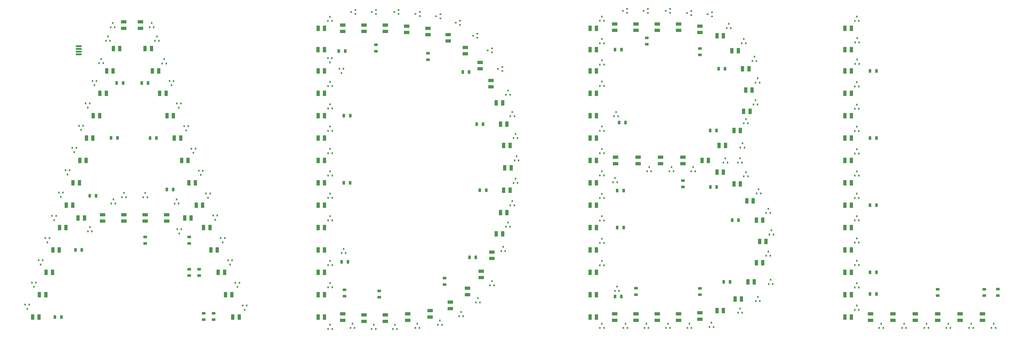
<source format=gtp>
%FSTAX44Y44*%
%MOMM*%
%SFA1B1*%

%IPPOS*%
%AMD10*
4,1,8,0.299720,0.424180,-0.299720,0.424180,-0.375920,0.350520,-0.375920,-0.350520,-0.299720,-0.424180,0.299720,-0.424180,0.375920,-0.350520,0.375920,0.350520,0.299720,0.424180,0.0*
1,1,0.150000,0.299720,0.350520*
1,1,0.150000,-0.299720,0.350520*
1,1,0.150000,-0.299720,-0.350520*
1,1,0.150000,0.299720,-0.350520*
%
%AMD11*
4,1,8,-0.873760,0.459740,-0.873760,-0.459740,-0.784860,-0.551180,0.784860,-0.551180,0.873760,-0.459740,0.873760,0.459740,0.784860,0.551180,-0.784860,0.551180,-0.873760,0.459740,0.0*
1,1,0.180000,-0.784860,0.459740*
1,1,0.180000,-0.784860,-0.459740*
1,1,0.180000,0.784860,-0.459740*
1,1,0.180000,0.784860,0.459740*
%
%AMD12*
4,1,8,0.599440,1.275080,-0.599440,1.275080,-0.723900,1.150620,-0.723900,-1.150620,-0.599440,-1.275080,0.599440,-1.275080,0.723900,-1.150620,0.723900,1.150620,0.599440,1.275080,0.0*
1,1,0.250000,0.599440,1.150620*
1,1,0.250000,-0.599440,1.150620*
1,1,0.250000,-0.599440,-1.150620*
1,1,0.250000,0.599440,-1.150620*
%
%AMD13*
4,1,8,-0.459740,-0.873760,0.459740,-0.873760,0.551180,-0.784860,0.551180,0.784860,0.459740,0.873760,-0.459740,0.873760,-0.551180,0.784860,-0.551180,-0.784860,-0.459740,-0.873760,0.0*
1,1,0.180000,-0.459740,-0.784860*
1,1,0.180000,0.459740,-0.784860*
1,1,0.180000,0.459740,0.784860*
1,1,0.180000,-0.459740,0.784860*
%
%AMD14*
4,1,8,1.275080,-0.599440,1.275080,0.599440,1.150620,0.723900,-1.150620,0.723900,-1.275080,0.599440,-1.275080,-0.599440,-1.150620,-0.723900,1.150620,-0.723900,1.275080,-0.599440,0.0*
1,1,0.250000,1.150620,-0.599440*
1,1,0.250000,1.150620,0.599440*
1,1,0.250000,-1.150620,0.599440*
1,1,0.250000,-1.150620,-0.599440*
%
%AMD15*
4,1,8,-0.424180,0.299720,-0.424180,-0.299720,-0.350520,-0.375920,0.350520,-0.375920,0.424180,-0.299720,0.424180,0.299720,0.350520,0.375920,-0.350520,0.375920,-0.424180,0.299720,0.0*
1,1,0.150000,-0.350520,0.299720*
1,1,0.150000,-0.350520,-0.299720*
1,1,0.150000,0.350520,-0.299720*
1,1,0.150000,0.350520,0.299720*
%
G04~CAMADD=10~8~0.0~0.0~295.3~334.6~29.5~0.0~15~0.0~0.0~0.0~0.0~0~0.0~0.0~0.0~0.0~0~0.0~0.0~0.0~0.0~295.3~334.6*
%ADD10D10*%
G04~CAMADD=11~8~0.0~0.0~433.1~689.0~35.4~0.0~15~0.0~0.0~0.0~0.0~0~0.0~0.0~0.0~0.0~0~0.0~0.0~0.0~90.0~690.0~433.0*
%ADD11D11*%
G04~CAMADD=12~8~0.0~0.0~570.9~1003.9~49.2~0.0~15~0.0~0.0~0.0~0.0~0~0.0~0.0~0.0~0.0~0~0.0~0.0~0.0~0.0~570.9~1003.9*
%ADD12D12*%
G04~CAMADD=13~8~0.0~0.0~433.1~689.0~35.4~0.0~15~0.0~0.0~0.0~0.0~0~0.0~0.0~0.0~0.0~0~0.0~0.0~0.0~180.0~434.0~689.0*
%ADD13D13*%
G04~CAMADD=14~8~0.0~0.0~570.9~1003.9~49.2~0.0~15~0.0~0.0~0.0~0.0~0~0.0~0.0~0.0~0.0~0~0.0~0.0~0.0~270.0~1004.0~570.0*
%ADD14D14*%
G04~CAMADD=15~8~0.0~0.0~295.3~334.6~29.5~0.0~15~0.0~0.0~0.0~0.0~0~0.0~0.0~0.0~0.0~0~0.0~0.0~0.0~90.0~336.0~295.0*
%ADD15D15*%
%ADD16O,2.899994X0.859998*%
%LNled_pd_ab_wh_3000149_(4f00227l_7p00500a)-1*%
%LPD*%
G54D10*
X02870643Y00929172D03*
X02889643D03*
X02880143Y00949172D03*
X03092162Y00948738D03*
X03111162D03*
X03101662Y00968738D03*
X03196837Y00948738D03*
X03215837D03*
X03206337Y00968738D03*
X03298769Y00948738D03*
X03317769D03*
X03308269Y00968738D03*
X02870643Y00213741D03*
X02889643D03*
X02880143Y0023374D03*
X03518843Y00284991D03*
X03537843D03*
X03528343Y00304991D03*
X03384537Y0021874D03*
X03403537D03*
X03394037Y0023874D03*
X04602214Y00213741D03*
X04621214D03*
X04611714Y0023374D03*
X04495248Y00213749D03*
X04514248D03*
X04504748Y00233749D03*
X04392248Y00213741D03*
X04411248D03*
X04401748Y00233741D03*
X04287825Y00213741D03*
X04306825D03*
X04297325Y00233741D03*
X04180403Y00213741D03*
X04199403D03*
X04189903Y00233741D03*
X04065639Y00299019D03*
X04084639D03*
X04075139Y00319019D03*
X02870643Y01138706D03*
X02889643D03*
X02880143Y01158706D03*
X02870641Y0154964D03*
X02889641D03*
X02880141Y0156964D03*
X02870641Y01033479D03*
X02889641D03*
X02880141Y01053479D03*
X02932542Y00897473D03*
X02951542D03*
X02942042Y00917473D03*
X02980948Y00213741D03*
X02999948D03*
X02990448Y0023374D03*
X03079573Y00213741D03*
X03098573D03*
X03089073Y0023374D03*
X03180172Y00213741D03*
X03199172D03*
X03189672Y00233741D03*
X03280954Y00213741D03*
X03299954D03*
X03290454Y00233741D03*
X0365064Y00552621D03*
X0366964D03*
X0366014Y00572621D03*
X0360064Y01365141D03*
X0361964D03*
X0361014Y01385141D03*
X0359064Y01262684D03*
X0360964D03*
X03600141Y01282685D03*
X03545639Y0117385D03*
X03564639D03*
X03555139Y0119385D03*
X02870641Y01654917D03*
X02889641D03*
X02880141Y01674917D03*
X01668481Y01429991D03*
X01649481D03*
X01658981Y01409991D03*
X0161425Y01479749D03*
X0159525D03*
X0160475Y01459749D03*
X0159634Y0020944D03*
X0161534D03*
X0160584Y0022944D03*
X02005272Y00213741D03*
X02024273D03*
X02014773Y00233741D03*
X01900005Y00208741D03*
X01919005D03*
X01909505Y00228741D03*
X018007Y0020874D03*
X01819701D03*
X01810201Y00228741D03*
X01701197Y00213741D03*
X01720198D03*
X01710698Y00233741D03*
X02430643Y00688844D03*
X02449643D03*
X02440143Y00708844D03*
X01595641Y01654098D03*
X01614641D03*
X01605141Y01674098D03*
X00579688Y00797264D03*
X00598688D03*
X00589188Y00817264D03*
X00470049Y00667233D03*
X00489049D03*
X00479549Y00687233D03*
X02880141Y01369555D03*
X02889641Y01349555D03*
X02870641D03*
X02880141Y00843439D03*
X02889641Y00823439D03*
X02870641D03*
X02880141Y00527904D03*
X02889641Y00507904D03*
X02870641D03*
X03611242Y0035999D03*
X03620742Y0033999D03*
X03601742D03*
X03675141Y00672259D03*
X03684641Y00652259D03*
X03665641D03*
X03555141Y00945219D03*
X03564641Y00925219D03*
X03545641D03*
X03539134Y01079988D03*
X03548634Y01059988D03*
X03529633D03*
X03475138Y01640421D03*
X03484638Y01620421D03*
X03465638D03*
X02880141Y01469606D03*
X02889641Y01449606D03*
X02870641D03*
X02880141Y0063266D03*
X02889641Y0061266D03*
X02870641D03*
X03615143Y00864548D03*
X03624643Y00844548D03*
X03605643D03*
X03459313Y01009988D03*
X03468813Y00989988D03*
X03449813D03*
X0354514Y01569506D03*
X0355464Y01549506D03*
X0353564D03*
X02946402Y01227056D03*
X02955902Y01207056D03*
X02936902D03*
X02880141Y00738304D03*
X02889641Y00718304D03*
X02870641D03*
X02950843Y00407913D03*
X02960344Y00387913D03*
X02941343D03*
X03671441Y00439989D03*
X03680941Y00419989D03*
X03661941D03*
X03660142Y00773051D03*
X03669641Y00753051D03*
X03650641D03*
X03527127Y01009988D03*
X03536627Y00989988D03*
X03517627D03*
X03595138Y01486562D03*
X03604639Y01466561D03*
X03585639D03*
X04075139Y00423797D03*
X04084639Y00403797D03*
X04065639D03*
X04075142Y00738487D03*
X04084643Y00718487D03*
X04065643D03*
X04075139Y01052333D03*
X04084639Y01032333D03*
X04065639D03*
X04075141Y01367258D03*
X04084641Y01347258D03*
X04065641D03*
X04075142Y01674358D03*
X04084643Y01654358D03*
X04065643D03*
X04716777Y0023374D03*
X04726276Y00213741D03*
X04707277D03*
X04075139Y0063429D03*
X04084639Y0061429D03*
X04065639D03*
X04075139Y00948607D03*
X04084639Y00928607D03*
X04065639D03*
X04075139Y01261611D03*
X04084639Y01241611D03*
X04065639D03*
X04076811Y01573729D03*
X0408631Y01553729D03*
X0406731D03*
X04075139Y00528865D03*
X04084639Y00508865D03*
X04065639D03*
X04075139Y00843701D03*
X04084639Y00823701D03*
X04065639D03*
X04075139Y01157976D03*
X04084639Y01137976D03*
X04065639D03*
X04076811Y01472869D03*
X0408631Y01452869D03*
X0406731D03*
X01170833Y00406043D03*
X01161332Y00426043D03*
X01180332D03*
X01102222Y0061564D03*
X01092722Y0063564D03*
X01111722D03*
X00964991Y0103527D03*
X00955491Y0105527D03*
X00974491D03*
X00862073Y01352749D03*
X00852573Y01372749D03*
X00871573D03*
X00769204Y01644749D03*
X00778704Y01624749D03*
X00759704D03*
X00886127Y00817263D03*
X00895627Y00797263D03*
X00876627D03*
X00248537Y00511249D03*
X00239037Y00531249D03*
X00258037D03*
X00406201Y01038749D03*
X00396701Y01058749D03*
X00415701D03*
X00500701Y01352749D03*
X00491201Y01372749D03*
X00510201D03*
X00585998Y01644749D03*
X00595498Y01624749D03*
X00576498D03*
X01205142Y00298919D03*
X01195642Y00318919D03*
X01214642D03*
X01136524Y00511487D03*
X01127024Y00531487D03*
X01146024D03*
X00999299Y00931685D03*
X00989799Y00951685D03*
X01008799D03*
X00896381Y01247004D03*
X00886881Y01267004D03*
X00905881D03*
X00793458Y01581499D03*
X00802958Y01561499D03*
X00783958D03*
X00898445Y00657338D03*
X00888945Y00677338D03*
X00907945D03*
X00638996Y00847275D03*
X00648495Y00827275D03*
X00629495D03*
X00217003Y00406999D03*
X00207503Y00426999D03*
X00226503D03*
X00311608Y00719989D03*
X00302109Y00739989D03*
X00321109D03*
X00374701Y00933749D03*
X00365201Y00953749D03*
X00384201D03*
X00469048Y01247499D03*
X00459548Y01267499D03*
X00478548D03*
X00564151Y01581499D03*
X00573651Y01561499D03*
X00554651D03*
X01033606Y00824695D03*
X01024106Y00844695D03*
X01043106D03*
X00930689Y01140284D03*
X00921189Y01160284D03*
X00940189D03*
X00827764Y01474413D03*
X00837264Y01454413D03*
X00818264D03*
X01067176Y00721496D03*
X01057676Y00741496D03*
X01076676D03*
X00738995Y00847275D03*
X00748495Y00827275D03*
X00729495D03*
X00185475Y00302999D03*
X00175975Y00322999D03*
X00194975D03*
X00280074Y00615749D03*
X00270573Y00635749D03*
X00289574D03*
X00343189Y00828999D03*
X00333689Y00848999D03*
X00352689D03*
X00438012Y01142499D03*
X00428512Y01162499D03*
X00447512D03*
X00532359Y01475999D03*
X00541859Y01455999D03*
X00522859D03*
X01605841Y01368541D03*
X01615342Y01348541D03*
X01596341D03*
X01605841Y01053774D03*
X01615342Y01033774D03*
X01596341D03*
X01605841Y00738545D03*
X01615342Y00718545D03*
X01596341D03*
X0160584Y00424704D03*
X0161534Y00404704D03*
X0159634D03*
X02120622Y00248741D03*
X02130122Y00228741D03*
X02111122D03*
X0236459Y00433741D03*
X0237409Y00413741D03*
X0235509D03*
X02460141Y00809007D03*
X02469642Y00789007D03*
X02450641D03*
X02475142Y01124696D03*
X02484642Y01104696D03*
X02465642D03*
X01605841Y01159081D03*
X01615342Y01139081D03*
X01596341D03*
X01605841Y00844265D03*
X01615342Y00824265D03*
X01596341D03*
X0160584Y00528596D03*
X0161534Y00508596D03*
X0159634D03*
X02299142Y00353741D03*
X02308642Y00333741D03*
X02289642D03*
X02480143Y01019559D03*
X02489643Y00999559D03*
X02470643D03*
X02440142Y01327709D03*
X02449642Y01307709D03*
X02430642D03*
X01605841Y01263551D03*
X01615342Y01243551D03*
X01596341D03*
X01605841Y00948919D03*
X01615342Y00928919D03*
X01596341D03*
X01669038Y00585383D03*
X01678538Y00565383D03*
X01659538D03*
X02220291Y00288741D03*
X02229791Y00268741D03*
X02210791D03*
X02417585Y00594505D03*
X02427085Y00574505D03*
X02408085D03*
X02475142Y00914211D03*
X02484642Y00894211D03*
X02465642D03*
X0246014Y01226974D03*
X0246964Y01206973D03*
X0245064D03*
G54D11*
X03259591Y00874986D03*
Y00904987D03*
X0467334Y0039566D03*
Y0036566D03*
X03039499Y00370249D03*
Y00400249D03*
X0333959Y00369833D03*
Y00399833D03*
Y01524889D03*
Y01494888D03*
X03090749Y01574749D03*
Y01544749D03*
X04736499Y00365749D03*
Y00395749D03*
X04454591Y0036566D03*
Y0039566D03*
X01059749Y00282999D03*
Y00252999D03*
X00991669Y00489275D03*
Y00459275D03*
X01012715Y00252991D03*
Y00282991D03*
X00944915Y00459266D03*
Y00489266D03*
X00944995Y0064064D03*
Y0061064D03*
X00738996Y0064064D03*
Y0061064D03*
X0167334Y00363031D03*
Y00393031D03*
X01835549Y00357923D03*
Y00387923D03*
X02142612Y00417717D03*
Y00447718D03*
X02064591Y01502548D03*
Y01472548D03*
X01820743Y01542131D03*
Y01512131D03*
G54D12*
X04019591Y00264991D03*
X04049591D03*
X03529589Y00889987D03*
X03499589D03*
X03634589Y00719987D03*
X03604589D03*
X03449589Y00944988D03*
X03419589D03*
X00274088Y00474999D03*
X00304088D03*
X00242553Y00369999D03*
X00272553D03*
X00211025Y00264991D03*
X00241025D03*
X00305623Y00579999D03*
X00335623D03*
X00337158Y00684999D03*
X00367158D03*
X00453999Y00729989D03*
X00423999D03*
X00368996Y00789991D03*
X00398996D03*
X00400249Y00895006D03*
X00430249D03*
X00431749Y00999971D03*
X00461749D03*
X00493303Y01104992D03*
X00463303D03*
X00524837Y0120999D03*
X00494837D03*
X00556249Y01314869D03*
X00526249D03*
X00557908Y01419993D03*
X00587908D03*
X00589442Y01524991D03*
X00619442D03*
X02854591Y01314986D03*
X02824591D03*
X02854591Y00999989D03*
X02824591D03*
X02854591Y0078999D03*
X02824591D03*
X02854591Y0047499D03*
X02824591D03*
X0350459Y00349989D03*
X0353459D03*
X03619591Y00619988D03*
X03649591D03*
X03429589Y01069988D03*
X03459589D03*
X0355459Y01329987D03*
X0358459D03*
X03419589Y01584987D03*
X03449589D03*
X02854591Y01619985D03*
X02824591D03*
X02854591Y01419987D03*
X02824591D03*
X02854591Y01104987D03*
X02824591D03*
X02854591Y00894988D03*
X02824591D03*
X02854591Y00579988D03*
X02824591D03*
X02854591Y00264991D03*
X02824591D03*
X03419589Y00294991D03*
X03449589D03*
X03604589Y00519989D03*
X03634589D03*
X03559591Y00809987D03*
X03589591D03*
X03349589Y00999989D03*
X03379589D03*
X0354459Y01229987D03*
X0357459D03*
X03489589Y01514987D03*
X03519589D03*
X02854591Y01519986D03*
X02824591D03*
X02854591Y01209987D03*
X02824591D03*
X02854591Y00684989D03*
X02824591D03*
X02854591Y00369989D03*
X02824591D03*
X0356459Y00429989D03*
X0359459D03*
X03499589Y01139988D03*
X03529589D03*
X03539589Y01429986D03*
X03569589D03*
X04049591Y00369991D03*
X04019591D03*
X04049591Y00684991D03*
X04019591D03*
X04049591Y00999991D03*
X04019591D03*
X04049591Y01314991D03*
X04019591D03*
X04049591Y01619991D03*
X04019591D03*
X04049591Y00579991D03*
X04019591D03*
X04049591Y00894991D03*
X04019591D03*
X04049591Y01209991D03*
X04019591D03*
X04049591Y01519991D03*
X04019591D03*
X04049591Y00474991D03*
X04019591D03*
X04049591Y00789991D03*
X04019591D03*
X04049591Y01104991D03*
X04019591D03*
X04049591Y01419991D03*
X04019591D03*
X01115283Y00369992D03*
X01145283D03*
X0104667Y00579992D03*
X0107667D03*
X00909442Y00999991D03*
X00939442D03*
X00806521Y01314992D03*
X00836521D03*
X01149591Y00264991D03*
X01179591D03*
X01080975Y00474991D03*
X01110975D03*
X00943749Y00894992D03*
X00973749D03*
X00840828Y0120999D03*
X00870829D03*
X00767908Y01524991D03*
X00737908D03*
X00953996Y00729991D03*
X00923996D03*
X00978054Y00789991D03*
X01008055D03*
X00875136Y01104992D03*
X00905136D03*
X00802213Y01419993D03*
X00772213D03*
X01012362Y0068499D03*
X01042362D03*
X01579591Y01314991D03*
X01549591D03*
X01579591Y00999991D03*
X01549591D03*
X01579591Y00684991D03*
X01549591D03*
X01579591Y00369991D03*
X01549591D03*
X02404591Y00754991D03*
X02434591D03*
X02419591Y01069991D03*
X02449591D03*
X01579591Y01619991D03*
X01549591D03*
X01579591Y01419991D03*
X01549591D03*
X01579591Y01104991D03*
X01549591D03*
X01579591Y00789991D03*
X01549591D03*
X01579591Y00474991D03*
X01549591D03*
X02384591Y00654991D03*
X02414591D03*
X02424591Y00964991D03*
X02454591D03*
X02384591Y01269991D03*
X02414591D03*
X01579112Y0152003D03*
X01549112D03*
X01579591Y01209991D03*
X01549591D03*
X01579591Y00894991D03*
X01549591D03*
X01579591Y00579991D03*
X01549591D03*
X01579591Y00264991D03*
X01549591D03*
X02419591Y00859991D03*
X02449591D03*
X02404591Y01169991D03*
X02434591D03*
G54D13*
X02971395Y00361239D03*
X02941395D03*
X02990999Y01177999D03*
X02960999D03*
X0297175Y01519986D03*
X0294175D03*
X03388499Y00875499D03*
X03418499D03*
X02982204Y00858591D03*
X02952204D03*
X02259063Y00544761D03*
X02289063D03*
X02952204Y00684989D03*
X02982204D03*
X03480938Y00429989D03*
X03450938D03*
X03520887Y00719987D03*
X03490887D03*
X03417452Y01139988D03*
X03387452D03*
X03457356Y01429986D03*
X03427356D03*
X04137499Y00373404D03*
X04167499D03*
X04137499Y00474999D03*
X04167499D03*
X04137499Y00789999D03*
X04167499D03*
X04137499Y01104999D03*
X04167499D03*
X04137367Y01419991D03*
X04167367D03*
X00870137Y00863668D03*
X00840137D03*
X00791425Y01104992D03*
X00761425D03*
X00752372Y01362749D03*
X00722372D03*
X00315499Y00264991D03*
X00345499D03*
X00411749Y00579999D03*
X00441749D03*
X00478499Y00833499D03*
X00508499D03*
X00578999Y01105249D03*
X00608999D03*
X00605249Y01362749D03*
X00635249D03*
X01646591Y015132D03*
X01676591D03*
X01670249Y01209999D03*
X01700249D03*
X0166988Y00894991D03*
X01699881D03*
X01659589Y00524096D03*
X01689589D03*
X02337732Y00859991D03*
X02307732D03*
X02322898Y01169991D03*
X02292898D03*
X02257591Y01414358D03*
X02227591D03*
G54D14*
X02364591Y00569991D03*
Y00539991D03*
X0304959Y00984989D03*
Y01014989D03*
X0293959Y00249991D03*
Y00279991D03*
X03239589D03*
Y00249991D03*
X03139589Y01609987D03*
Y01639987D03*
X03154591Y00984989D03*
Y01014989D03*
X03139589Y00249991D03*
Y00279991D03*
X03239589Y01609987D03*
Y01639987D03*
X0293959Y01609987D03*
Y01639987D03*
X03259591Y00984989D03*
Y01014989D03*
X02944592D03*
Y00984989D03*
X0303959Y00249991D03*
Y00279991D03*
X03339592Y0025499D03*
Y0028499D03*
Y01599987D03*
Y01629987D03*
X0303959Y01609987D03*
Y01639987D03*
X04559591Y00279991D03*
Y00249991D03*
X04244591Y00279991D03*
Y00249991D03*
X04664591D03*
Y00279991D03*
X04349591Y00249991D03*
Y00279991D03*
X04454591Y00249991D03*
Y00279991D03*
X04139591Y00249991D03*
Y00279991D03*
X00716967Y01619991D03*
Y01649991D03*
X00838996Y00714991D03*
Y00744991D03*
X00538997Y00714991D03*
Y00744991D03*
X00637477Y01619991D03*
Y01649991D03*
X00638996Y00714991D03*
Y00744991D03*
X00738996Y00714991D03*
Y00744991D03*
X01764591Y00244991D03*
Y00274991D03*
X02074591Y00264991D03*
Y00294991D03*
X02314591Y00449991D03*
Y00479991D03*
X02359591Y01344991D03*
Y01374991D03*
X02159591Y01559991D03*
Y01589991D03*
X01864591Y01604991D03*
Y01634991D03*
X01664591Y00249991D03*
Y00279991D03*
X01969591Y00249991D03*
Y00279991D03*
X02249591Y00369991D03*
Y00399991D03*
X02239591Y01499991D03*
Y01529991D03*
X01964591Y01599991D03*
Y01629991D03*
X01664591Y01604991D03*
Y01634991D03*
X01864591Y00244991D03*
Y00274991D03*
X02169591Y00304991D03*
Y00334991D03*
X02309591Y01429991D03*
Y01459992D03*
X02064591Y01589991D03*
Y01619991D03*
X01764591Y01604991D03*
Y01634991D03*
G54D15*
X03179749Y01701748D03*
X03199749Y01711248D03*
Y01692248D03*
X03279315Y01691184D03*
X03299315Y01700684D03*
Y01681684D03*
X02978526Y01701753D03*
X02998526Y01711253D03*
Y01692253D03*
X03376338Y01685369D03*
X03396338Y01694869D03*
Y01675869D03*
X03075582Y01701753D03*
X03095582Y01711253D03*
Y01692253D03*
X02393017Y01429146D03*
X02413017Y01438646D03*
Y01419646D03*
X02194457Y01645541D03*
X02214457Y01655042D03*
Y01636041D03*
X01906639Y01696498D03*
X01926639Y01705998D03*
Y01686998D03*
X02275918Y01584878D03*
X02295918Y01594378D03*
Y01575378D03*
X02006017Y01686947D03*
X02026017Y01696447D03*
Y01677447D03*
X01704249Y01696498D03*
X01724249Y01705998D03*
Y01686998D03*
X02344758Y01516071D03*
X02364758Y01525571D03*
Y01506571D03*
X02102625Y01676002D03*
X02122625Y01685501D03*
Y01666502D03*
X01800764Y01696498D03*
X01820764Y01705998D03*
Y01686998D03*
G54D16*
X00426699Y01510199D03*
Y01497499D03*
Y01522899D03*
Y01535599D03*
M02*
</source>
